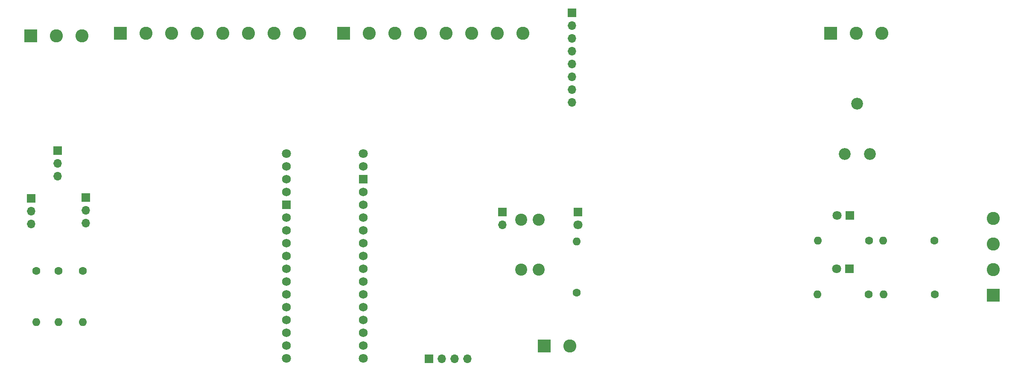
<source format=gbs>
%TF.GenerationSoftware,KiCad,Pcbnew,7.0.8*%
%TF.CreationDate,2024-09-15T13:04:07-06:00*%
%TF.ProjectId,CANBOARD_REV1,43414e42-4f41-4524-945f-524556312e6b,rev?*%
%TF.SameCoordinates,Original*%
%TF.FileFunction,Soldermask,Bot*%
%TF.FilePolarity,Negative*%
%FSLAX46Y46*%
G04 Gerber Fmt 4.6, Leading zero omitted, Abs format (unit mm)*
G04 Created by KiCad (PCBNEW 7.0.8) date 2024-09-15 13:04:07*
%MOMM*%
%LPD*%
G01*
G04 APERTURE LIST*
%ADD10C,1.600000*%
%ADD11O,1.600000X1.600000*%
%ADD12R,2.600000X2.600000*%
%ADD13C,2.600000*%
%ADD14C,1.800000*%
%ADD15C,1.727200*%
%ADD16R,1.727200X1.727200*%
%ADD17R,1.700000X1.700000*%
%ADD18O,1.700000X1.700000*%
%ADD19C,2.400000*%
%ADD20R,1.800000X1.800000*%
%ADD21C,2.340000*%
G04 APERTURE END LIST*
D10*
%TO.C,R4*%
X135181000Y-78002500D03*
D11*
X135181000Y-67842500D03*
%TD*%
D12*
%TO.C,J3*%
X26915000Y-27100000D03*
D13*
X31995000Y-27100000D03*
X37075000Y-27100000D03*
%TD*%
D12*
%TO.C,J1*%
X88920000Y-26600000D03*
D13*
X94000000Y-26600000D03*
X99080000Y-26600000D03*
X104160000Y-26600000D03*
X109240000Y-26600000D03*
X114320000Y-26600000D03*
X119400000Y-26600000D03*
X124480000Y-26600000D03*
%TD*%
D14*
%TO.C,A1*%
X77580000Y-50460000D03*
X77580000Y-91100000D03*
X92820000Y-50460000D03*
X92820000Y-91100000D03*
D15*
X92820000Y-86020000D03*
X92820000Y-60620000D03*
X92820000Y-80940000D03*
X92820000Y-78400000D03*
X92820000Y-75860000D03*
X92820000Y-73320000D03*
X92820000Y-70780000D03*
X92820000Y-68240000D03*
X92820000Y-65700000D03*
X92820000Y-63160000D03*
X92820000Y-83480000D03*
X92820000Y-58080000D03*
X77580000Y-55540000D03*
X77580000Y-53000000D03*
X77580000Y-63160000D03*
X77580000Y-65700000D03*
X77580000Y-68240000D03*
X77580000Y-70780000D03*
X77580000Y-73320000D03*
X77580000Y-75860000D03*
X77580000Y-78400000D03*
X77580000Y-80940000D03*
X77580000Y-83480000D03*
X77580000Y-86020000D03*
X77580000Y-88560000D03*
X92820000Y-88560000D03*
D16*
X77580000Y-60620000D03*
X92820000Y-55540000D03*
D15*
X77580000Y-58080000D03*
X92820000Y-53000000D03*
%TD*%
D17*
%TO.C,J5*%
X134200000Y-22520000D03*
D18*
X134200000Y-25060000D03*
X134200000Y-27600000D03*
X134200000Y-30140000D03*
X134200000Y-32680000D03*
X134200000Y-35220000D03*
X134200000Y-37760000D03*
X134200000Y-40300000D03*
%TD*%
D19*
%TO.C,F1*%
X124196000Y-73480000D03*
X124196000Y-63560000D03*
X127596000Y-73480000D03*
X127596000Y-63560000D03*
%TD*%
D20*
%TO.C,D2*%
X189375000Y-62700000D03*
D14*
X186835000Y-62700000D03*
%TD*%
D20*
%TO.C,D3*%
X189275000Y-73300000D03*
D14*
X186735000Y-73300000D03*
%TD*%
D12*
%TO.C,J8*%
X217805000Y-78520000D03*
D13*
X217805000Y-73440000D03*
X217805000Y-68360000D03*
X217805000Y-63280000D03*
%TD*%
D12*
%TO.C,J6*%
X128690000Y-88637000D03*
D13*
X133770000Y-88637000D03*
%TD*%
D10*
%TO.C,R8*%
X206180000Y-78400000D03*
D11*
X196020000Y-78400000D03*
%TD*%
D10*
%TO.C,R5*%
X193180000Y-67700000D03*
D11*
X183020000Y-67700000D03*
%TD*%
D21*
%TO.C,RV1*%
X193315000Y-50503000D03*
X190815000Y-40503000D03*
X188315000Y-50503000D03*
%TD*%
D17*
%TO.C,J4*%
X105840000Y-91183000D03*
D18*
X108380000Y-91183000D03*
X110920000Y-91183000D03*
X113460000Y-91183000D03*
%TD*%
D17*
%TO.C,J9*%
X120440000Y-62028000D03*
D18*
X120440000Y-64568000D03*
%TD*%
D10*
%TO.C,R1*%
X28000000Y-73720000D03*
D11*
X28000000Y-83880000D03*
%TD*%
D12*
%TO.C,J7*%
X185515000Y-26600000D03*
D13*
X190595000Y-26600000D03*
X195675000Y-26600000D03*
%TD*%
D10*
%TO.C,R6*%
X193100000Y-78400000D03*
D11*
X182940000Y-78400000D03*
%TD*%
D12*
%TO.C,J2*%
X44640000Y-26600000D03*
D13*
X49720000Y-26600000D03*
X54800000Y-26600000D03*
X59880000Y-26600000D03*
X64960000Y-26600000D03*
X70040000Y-26600000D03*
X75120000Y-26600000D03*
X80200000Y-26600000D03*
%TD*%
D10*
%TO.C,R7*%
X206100000Y-67700000D03*
D11*
X195940000Y-67700000D03*
%TD*%
D20*
%TO.C,D1*%
X135381000Y-62047500D03*
D14*
X135381000Y-64587500D03*
%TD*%
D17*
%TO.C,Q1*%
X27000000Y-59320000D03*
D18*
X27000000Y-61860000D03*
X27000000Y-64400000D03*
%TD*%
D10*
%TO.C,R2*%
X32400000Y-73720000D03*
D11*
X32400000Y-83880000D03*
%TD*%
D17*
%TO.C,Q2*%
X32200000Y-49860000D03*
D18*
X32200000Y-52400000D03*
X32200000Y-54940000D03*
%TD*%
D17*
%TO.C,Q3*%
X37800000Y-59200000D03*
D18*
X37800000Y-61740000D03*
X37800000Y-64280000D03*
%TD*%
D10*
%TO.C,R3*%
X37200000Y-73720000D03*
D11*
X37200000Y-83880000D03*
%TD*%
M02*

</source>
